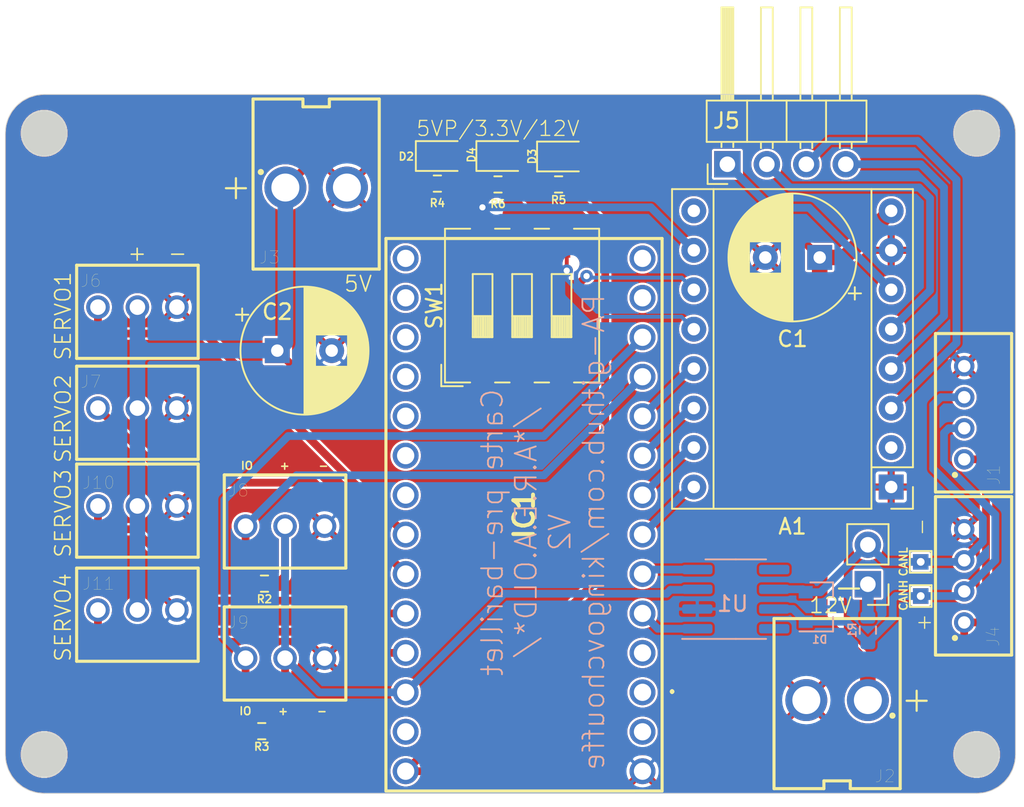
<source format=kicad_pcb>
(kicad_pcb (version 20171130) (host pcbnew "(5.1.6)-1")
  (layers (0 F.Cu signal) (31 B.Cu signal) (34 B.Paste user) (35 F.Paste user) (36 B.SilkS user) (37 F.SilkS user) (38 B.Mask user) (39 F.Mask user) (44 Edge.Cuts user))
  (net 0 "")
  (net 1 GND)
  (net 2 +5V)
  (net 3 "Net-(A1-Pad10)")
  (net 4 "Net-(A1-Pad3)")
  (net 5 "Net-(A1-Pad11)")
  (net 6 "Net-(A1-Pad4)")
  (net 7 "Net-(A1-Pad12)")
  (net 8 "Net-(A1-Pad5)")
  (net 9 RST)
  (net 10 "Net-(A1-Pad6)")
  (net 11 SLP)
  (net 12 STEP)
  (net 13 +12V)
  (net 14 DIR)
  (net 15 +5VP)
  (net 16 CANH)
  (net 17 CANL)
  (net 18 "Net-(D2-Pad1)")
  (net 19 "Net-(D3-Pad1)")
  (net 20 "Net-(D4-Pad1)")
  (net 21 +3V3)
  (net 22 SERVO4)
  (net 23 SERVO3)
  (net 24 SERVO2)
  (net 25 SERVO1)
  (net 26 FOURCHE2)
  (net 27 FOURCHE1)
  (net 28 CAN_RX)
  (net 29 CAN_TX)
  (net 30 "Net-(JP1-Pad1)")
  (module Button_Switch_SMD:SW_DIP_SPSTx03_Slide_9.78x9.8mm_W8.61mm_P2.54mm (layer F.Cu) (at 149.25 96.1 90)
    (fp_text reference SW1 (at 0 -5.65 270) (layer F.SilkS))
    (fp_text value SW_DIP_x03)
    (pad 6 smd rect (at 4.305 -2.54 90) (size 2.44 1.12) (layers F.Cu F.Paste F.Mask) (net 3 "Net-(A1-Pad10)"))
    (pad 3 smd rect (at -4.305 2.54 90) (size 2.44 1.12) (layers F.Cu F.Paste F.Mask) (net 15 +5VP))
    (pad 5 smd rect (at 4.305 0 90) (size 2.44 1.12) (layers F.Cu F.Paste F.Mask) (net 5 "Net-(A1-Pad11)"))
    (pad 2 smd rect (at -4.305 0 90) (size 2.44 1.12) (layers F.Cu F.Paste F.Mask) (net 15 +5VP))
    (pad 4 smd rect (at 4.305 2.54 90) (size 2.44 1.12) (layers F.Cu F.Paste F.Mask) (net 7 "Net-(A1-Pad12)"))
    (pad 1 smd rect (at -4.305 -2.54 90) (size 2.44 1.12) (layers F.Cu F.Paste F.Mask) (net 15 +5VP))
  )
  (module TestPoint:TestPoint_THTPad_1.0x1.0mm_Drill0.5mm (layer F.Cu) (at 174.9 114.8 90)
    (fp_text reference TP1)
    (fp_text value TestPoint)
    (pad 1 thru_hole rect (at 0 0 90) (size 1 1) (drill 0.5) (layers *.Cu *.Mask) (net 16 CANH))
  )
  (module TestPoint:TestPoint_THTPad_1.0x1.0mm_Drill0.5mm (layer F.Cu) (at 174.9 112.6 90)
    (fp_text reference TP2)
    (fp_text value TestPoint)
    (pad 1 thru_hole rect (at 0 0 90) (size 1 1) (drill 0.5) (layers *.Cu *.Mask) (net 17 CANL))
  )
  (module Module:Pololu_Breakout-16_15.2x20.3mm (layer F.Cu) (at 173 107.78 180)
    (fp_text reference A1 (at 6.35 -2.54) (layer F.SilkS))
    (fp_text value Pololu_Breakout_DRV8825)
    (pad 1 thru_hole rect (at 0 0 180) (size 1.6 1.6) (drill 0.8) (layers *.Cu *.Mask) (net 1 GND))
    (pad 9 thru_hole oval (at 12.7 17.78 180) (size 1.6 1.6) (drill 0.8) (layers *.Cu *.Mask))
    (pad 2 thru_hole oval (at 0 2.54 180) (size 1.6 1.6) (drill 0.8) (layers *.Cu *.Mask))
    (pad 10 thru_hole oval (at 12.7 15.24 180) (size 1.6 1.6) (drill 0.8) (layers *.Cu *.Mask) (net 3 "Net-(A1-Pad10)"))
    (pad 3 thru_hole oval (at 0 5.08 180) (size 1.6 1.6) (drill 0.8) (layers *.Cu *.Mask) (net 4 "Net-(A1-Pad3)"))
    (pad 11 thru_hole oval (at 12.7 12.7 180) (size 1.6 1.6) (drill 0.8) (layers *.Cu *.Mask) (net 5 "Net-(A1-Pad11)"))
    (pad 4 thru_hole oval (at 0 7.62 180) (size 1.6 1.6) (drill 0.8) (layers *.Cu *.Mask) (net 6 "Net-(A1-Pad4)"))
    (pad 12 thru_hole oval (at 12.7 10.16 180) (size 1.6 1.6) (drill 0.8) (layers *.Cu *.Mask) (net 7 "Net-(A1-Pad12)"))
    (pad 5 thru_hole oval (at 0 10.16 180) (size 1.6 1.6) (drill 0.8) (layers *.Cu *.Mask) (net 8 "Net-(A1-Pad5)"))
    (pad 13 thru_hole oval (at 12.7 7.62 180) (size 1.6 1.6) (drill 0.8) (layers *.Cu *.Mask) (net 9 RST))
    (pad 6 thru_hole oval (at 0 12.7 180) (size 1.6 1.6) (drill 0.8) (layers *.Cu *.Mask) (net 10 "Net-(A1-Pad6)"))
    (pad 14 thru_hole oval (at 12.7 5.08 180) (size 1.6 1.6) (drill 0.8) (layers *.Cu *.Mask) (net 11 SLP))
    (pad 7 thru_hole oval (at 0 15.24 180) (size 1.6 1.6) (drill 0.8) (layers *.Cu *.Mask) (net 1 GND))
    (pad 15 thru_hole oval (at 12.7 2.54 180) (size 1.6 1.6) (drill 0.8) (layers *.Cu *.Mask) (net 12 STEP))
    (pad 8 thru_hole oval (at 0 17.78 180) (size 1.6 1.6) (drill 0.8) (layers *.Cu *.Mask) (net 13 +12V))
    (pad 16 thru_hole oval (at 12.7 0 180) (size 1.6 1.6) (drill 0.8) (layers *.Cu *.Mask) (net 14 DIR))
  )
  (module Capacitor_THT:CP_Radial_D8.0mm_P3.50mm (layer F.Cu) (at 168.4 93 180)
    (fp_text reference C1 (at 1.75 -5.25) (layer F.SilkS))
    (fp_text value 100µF)
    (pad 2 thru_hole circle (at 3.5 0 180) (size 1.6 1.6) (drill 0.8) (layers *.Cu *.Mask) (net 1 GND))
    (pad 1 thru_hole rect (at 0 0 180) (size 1.6 1.6) (drill 0.8) (layers *.Cu *.Mask) (net 13 +12V))
  )
  (module Capacitor_THT:CP_Radial_D8.0mm_P3.50mm (layer F.Cu) (at 133.5 99)
    (fp_text reference C2 (at 0 -2.5) (layer F.SilkS))
    (fp_text value 100µF)
    (pad 1 thru_hole rect (at 0 0) (size 1.6 1.6) (drill 0.8) (layers *.Cu *.Mask) (net 15 +5VP))
    (pad 2 thru_hole circle (at 3.5 0) (size 1.6 1.6) (drill 0.8) (layers *.Cu *.Mask) (net 1 GND))
  )
  (module Package_TO_SOT_SMD:SOT-23 (layer B.Cu) (at 168.5 115.5)
    (fp_text reference D1 (at -0.1 2.1 180) (layer B.SilkS) (effects (font (size 0.5 0.5) (thickness 0.1)) (justify mirror)))
    (fp_text value D_TVS_x2_AAC)
    (pad 1 smd rect (at -1 0.95) (size 0.9 0.8) (layers B.Cu B.Paste B.Mask) (net 16 CANH))
    (pad 2 smd rect (at -1 -0.95) (size 0.9 0.8) (layers B.Cu B.Paste B.Mask) (net 17 CANL))
    (pad 3 smd rect (at 1 0) (size 0.9 0.8) (layers B.Cu B.Paste B.Mask) (net 1 GND))
  )
  (module LED_SMD:LED_0805_2012Metric (layer F.Cu) (at 144.1 86.470001)
    (fp_text reference D2 (at -2.3 0.029999) (layer F.SilkS) (effects (font (size 0.5 0.5) (thickness 0.1))))
    (fp_text value LED)
    (pad 1 smd roundrect (at -0.9375 0) (size 0.975 1.4) (layers F.Cu F.Paste F.Mask) (net 18 "Net-(D2-Pad1)"))
    (pad 2 smd roundrect (at 0.9375 0) (size 0.975 1.4) (layers F.Cu F.Paste F.Mask) (net 15 +5VP))
  )
  (module LED_SMD:LED_0805_2012Metric (layer F.Cu) (at 151.9 86.5)
    (fp_text reference D3 (at -2 0 90) (layer F.SilkS) (effects (font (size 0.5 0.5) (thickness 0.1))))
    (fp_text value LED)
    (pad 2 smd roundrect (at 0.9375 0) (size 0.975 1.4) (layers F.Cu F.Paste F.Mask) (net 13 +12V))
    (pad 1 smd roundrect (at -0.9375 0) (size 0.975 1.4) (layers F.Cu F.Paste F.Mask) (net 19 "Net-(D3-Pad1)"))
  )
  (module LED_SMD:LED_0805_2012Metric (layer F.Cu) (at 147.995001 86.470001)
    (fp_text reference D4 (at -1.995001 -0.070001 90) (layer F.SilkS) (effects (font (size 0.5 0.5) (thickness 0.1))))
    (fp_text value LED)
    (pad 1 smd roundrect (at -0.9375 0) (size 0.975 1.4) (layers F.Cu F.Paste F.Mask) (net 20 "Net-(D4-Pad1)"))
    (pad 2 smd roundrect (at 0.9375 0) (size 0.975 1.4) (layers F.Cu F.Paste F.Mask) (net 2 +5V))
  )
  (module AREA_lib_composant:TEENSY32 (layer F.Cu) (at 157 121 90)
    (fp_text reference IC1 (at 11.435 -7.62 90) (layer F.SilkS) (effects (font (size 1.27 1.27) (thickness 0.254))))
    (fp_text value TEENSY3.2 hide)
    (pad 37 thru_hole circle (at -2.54 0 90) (size 1.665 1.665) (drill 1.11) (layers *.Cu *.Mask))
    (pad 36 thru_hole circle (at -5.08 0 90) (size 1.665 1.665) (drill 1.11) (layers *.Cu *.Mask) (net 1 GND))
    (pad 26 thru_hole circle (at -5.08 -15.24 90) (size 1.665 1.665) (drill 1.11) (layers *.Cu *.Mask) (net 2 +5V))
    (pad 25 thru_hole circle (at -2.54 -15.24 90) (size 1.665 1.665) (drill 1.11) (layers *.Cu *.Mask))
    (pad 24 thru_hole circle (at 0 -15.24 90) (size 1.665 1.665) (drill 1.11) (layers *.Cu *.Mask) (net 21 +3V3))
    (pad 23 thru_hole circle (at 2.54 -15.24 90) (size 1.665 1.665) (drill 1.11) (layers *.Cu *.Mask) (net 22 SERVO4))
    (pad 22 thru_hole circle (at 5.08 -15.24 90) (size 1.665 1.665) (drill 1.11) (layers *.Cu *.Mask) (net 23 SERVO3))
    (pad 21 thru_hole circle (at 7.62 -15.24 90) (size 1.665 1.665) (drill 1.11) (layers *.Cu *.Mask) (net 24 SERVO2))
    (pad 20 thru_hole circle (at 10.16 -15.24 90) (size 1.665 1.665) (drill 1.11) (layers *.Cu *.Mask) (net 25 SERVO1))
    (pad 19 thru_hole circle (at 12.7 -15.24 90) (size 1.665 1.665) (drill 1.11) (layers *.Cu *.Mask))
    (pad 18 thru_hole circle (at 15.24 -15.24 90) (size 1.665 1.665) (drill 1.11) (layers *.Cu *.Mask))
    (pad 17 thru_hole circle (at 17.78 -15.24 90) (size 1.665 1.665) (drill 1.11) (layers *.Cu *.Mask))
    (pad 16 thru_hole circle (at 20.32 -15.24 90) (size 1.665 1.665) (drill 1.11) (layers *.Cu *.Mask))
    (pad 15 thru_hole circle (at 22.86 -15.24 90) (size 1.665 1.665) (drill 1.11) (layers *.Cu *.Mask))
    (pad 14 thru_hole circle (at 25.4 -15.24 90) (size 1.665 1.665) (drill 1.11) (layers *.Cu *.Mask))
    (pad 13 thru_hole circle (at 27.94 -15.24 90) (size 1.665 1.665) (drill 1.11) (layers *.Cu *.Mask))
    (pad 12 thru_hole circle (at 27.94 0 90) (size 1.665 1.665) (drill 1.11) (layers *.Cu *.Mask))
    (pad 11 thru_hole circle (at 25.4 0 90) (size 1.665 1.665) (drill 1.11) (layers *.Cu *.Mask))
    (pad 10 thru_hole circle (at 22.86 0 90) (size 1.665 1.665) (drill 1.11) (layers *.Cu *.Mask) (net 26 FOURCHE2))
    (pad 9 thru_hole circle (at 20.32 0 90) (size 1.665 1.665) (drill 1.11) (layers *.Cu *.Mask) (net 27 FOURCHE1))
    (pad 8 thru_hole circle (at 17.78 0 90) (size 1.665 1.665) (drill 1.11) (layers *.Cu *.Mask) (net 9 RST))
    (pad 7 thru_hole circle (at 15.24 0 90) (size 1.665 1.665) (drill 1.11) (layers *.Cu *.Mask) (net 11 SLP))
    (pad 6 thru_hole circle (at 12.7 0 90) (size 1.665 1.665) (drill 1.11) (layers *.Cu *.Mask) (net 12 STEP))
    (pad 5 thru_hole circle (at 10.16 0 90) (size 1.665 1.665) (drill 1.11) (layers *.Cu *.Mask) (net 14 DIR))
    (pad 4 thru_hole circle (at 7.62 0 90) (size 1.665 1.665) (drill 1.11) (layers *.Cu *.Mask) (net 28 CAN_RX))
    (pad 3 thru_hole circle (at 5.08 0 90) (size 1.665 1.665) (drill 1.11) (layers *.Cu *.Mask) (net 29 CAN_TX))
    (pad 2 thru_hole circle (at 2.54 0 90) (size 1.665 1.665) (drill 1.11) (layers *.Cu *.Mask))
    (pad 1 thru_hole circle (at 0 0 90) (size 1.665 1.665) (drill 1.11) (layers *.Cu *.Mask))
  )
  (module AREA_lib_Connector:Wuerth_2mm_4pin_62000411622 (layer F.Cu) (at 178.3 103 270)
    (fp_text reference J1 (at 4 -1.3 90) (layer F.SilkS) (effects (font (size 0.8 0.8) (thickness 0.015))))
    (fp_text value Conn_01x04_Male)
    (pad 1 thru_hole circle (at 3 0.6 270) (size 1.308 1.308) (drill 0.8) (layers *.Cu *.Mask) (net 2 +5V))
    (pad 2 thru_hole circle (at 1 0.6 270) (size 1.308 1.308) (drill 0.8) (layers *.Cu *.Mask) (net 16 CANH))
    (pad 3 thru_hole circle (at -1 0.6 270) (size 1.308 1.308) (drill 0.8) (layers *.Cu *.Mask) (net 17 CANL))
    (pad 4 thru_hole circle (at -3 0.6 270) (size 1.308 1.308) (drill 0.8) (layers *.Cu *.Mask) (net 1 GND))
  )
  (module AREA_lib_Connector:Wuerth_3.96mm_2pin_645002114822 (layer F.Cu) (at 169.52 122)
    (fp_text reference J2 (at 3.08 4.4) (layer F.SilkS) (effects (font (size 0.8 0.8) (thickness 0.015))))
    (fp_text value Conn_01x02_Male)
    (pad 1 thru_hole circle (at 1.98 -0.5) (size 2.7 2.7) (drill 1.8) (layers *.Cu *.Mask) (net 13 +12V))
    (pad 2 thru_hole circle (at -1.98 -0.5) (size 2.7 2.7) (drill 1.8) (layers *.Cu *.Mask) (net 1 GND))
  )
  (module AREA_lib_Connector:Wuerth_3.96mm_2pin_645002114822 (layer F.Cu) (at 136 88 180)
    (fp_text reference J3 (at 3 -5) (layer F.SilkS) (effects (font (size 0.8 0.8) (thickness 0.015))))
    (fp_text value Conn_01x02_Male)
    (pad 2 thru_hole circle (at -1.98 -0.5 180) (size 2.7 2.7) (drill 1.8) (layers *.Cu *.Mask) (net 1 GND))
    (pad 1 thru_hole circle (at 1.98 -0.5 180) (size 2.7 2.7) (drill 1.8) (layers *.Cu *.Mask) (net 15 +5VP))
  )
  (module AREA_lib_Connector:Wuerth_2mm_4pin_62000411622 (layer F.Cu) (at 178.3 113.5 270)
    (fp_text reference J4 (at 3.9 -1.258 90) (layer F.SilkS) (effects (font (size 0.8 0.8) (thickness 0.015))))
    (fp_text value Conn_01x04_Male)
    (pad 4 thru_hole circle (at -3 0.6 270) (size 1.308 1.308) (drill 0.8) (layers *.Cu *.Mask) (net 1 GND))
    (pad 3 thru_hole circle (at -1 0.6 270) (size 1.308 1.308) (drill 0.8) (layers *.Cu *.Mask) (net 17 CANL))
    (pad 2 thru_hole circle (at 1 0.6 270) (size 1.308 1.308) (drill 0.8) (layers *.Cu *.Mask) (net 16 CANH))
    (pad 1 thru_hole circle (at 3 0.6 270) (size 1.308 1.308) (drill 0.8) (layers *.Cu *.Mask) (net 2 +5V))
  )
  (module Connector_PinHeader_2.54mm:PinHeader_1x04_P2.54mm_Horizontal (layer F.Cu) (at 162.46 87 90)
    (fp_text reference J5 (at 2.8 -0.06 180) (layer F.SilkS))
    (fp_text value Conn_01x04_Male)
    (pad 1 thru_hole rect (at 0 0 90) (size 1.7 1.7) (drill 1) (layers *.Cu *.Mask) (net 10 "Net-(A1-Pad6)"))
    (pad 2 thru_hole oval (at 0 2.54 90) (size 1.7 1.7) (drill 1) (layers *.Cu *.Mask) (net 8 "Net-(A1-Pad5)"))
    (pad 3 thru_hole oval (at 0 5.08 90) (size 1.7 1.7) (drill 1) (layers *.Cu *.Mask) (net 4 "Net-(A1-Pad3)"))
    (pad 4 thru_hole oval (at 0 7.62 90) (size 1.7 1.7) (drill 1) (layers *.Cu *.Mask) (net 6 "Net-(A1-Pad4)"))
  )
  (module AREA_lib_Connector:Wuerth_2.54mm_3pins_61900311121 (layer F.Cu) (at 124.5 96.5)
    (fp_text reference J6 (at -3 -2) (layer F.SilkS) (effects (font (size 0.8 0.8) (thickness 0.015))))
    (fp_text value Conn_01x03_Male)
    (pad 1 thru_hole circle (at 2.54 -0.3) (size 1.508 1.508) (drill 1) (layers *.Cu *.Mask) (net 1 GND))
    (pad 2 thru_hole circle (at 0 -0.3) (size 1.508 1.508) (drill 1) (layers *.Cu *.Mask) (net 15 +5VP))
    (pad 3 thru_hole circle (at -2.54 -0.3) (size 1.508 1.508) (drill 1) (layers *.Cu *.Mask) (net 25 SERVO1))
  )
  (module AREA_lib_Connector:Wuerth_2.54mm_3pins_61900311121 (layer F.Cu) (at 124.5 103)
    (fp_text reference J7 (at -3 -2) (layer F.SilkS) (effects (font (size 0.8 0.8) (thickness 0.015))))
    (fp_text value Conn_01x03_Male)
    (pad 3 thru_hole circle (at -2.54 -0.3) (size 1.508 1.508) (drill 1) (layers *.Cu *.Mask) (net 24 SERVO2))
    (pad 2 thru_hole circle (at 0 -0.3) (size 1.508 1.508) (drill 1) (layers *.Cu *.Mask) (net 15 +5VP))
    (pad 1 thru_hole circle (at 2.54 -0.3) (size 1.508 1.508) (drill 1) (layers *.Cu *.Mask) (net 1 GND))
  )
  (module AREA_lib_Connector:Wuerth_2.54mm_3pins_61900311121 (layer F.Cu) (at 134 110 180)
    (fp_text reference J8 (at 3 2) (layer F.SilkS) (effects (font (size 0.8 0.8) (thickness 0.015))))
    (fp_text value Conn_01x03_Male)
    (pad 1 thru_hole circle (at 2.54 -0.3 180) (size 1.508 1.508) (drill 1) (layers *.Cu *.Mask) (net 27 FOURCHE1))
    (pad 2 thru_hole circle (at 0 -0.3 180) (size 1.508 1.508) (drill 1) (layers *.Cu *.Mask) (net 21 +3V3))
    (pad 3 thru_hole circle (at -2.54 -0.3 180) (size 1.508 1.508) (drill 1) (layers *.Cu *.Mask) (net 1 GND))
  )
  (module AREA_lib_Connector:Wuerth_2.54mm_3pins_61900311121 (layer F.Cu) (at 134 118.5 180)
    (fp_text reference J9 (at 3 2) (layer F.SilkS) (effects (font (size 0.8 0.8) (thickness 0.015))))
    (fp_text value Conn_01x03_Male)
    (pad 3 thru_hole circle (at -2.54 -0.3 180) (size 1.508 1.508) (drill 1) (layers *.Cu *.Mask) (net 1 GND))
    (pad 2 thru_hole circle (at 0 -0.3 180) (size 1.508 1.508) (drill 1) (layers *.Cu *.Mask) (net 21 +3V3))
    (pad 1 thru_hole circle (at 2.54 -0.3 180) (size 1.508 1.508) (drill 1) (layers *.Cu *.Mask) (net 26 FOURCHE2))
  )
  (module AREA_lib_Connector:Wuerth_2.54mm_3pins_61900311121 (layer F.Cu) (at 124.5 109.3)
    (fp_text reference J10 (at -2.5 -1.8) (layer F.SilkS) (effects (font (size 0.8 0.8) (thickness 0.015))))
    (fp_text value Conn_01x03_Male)
    (pad 3 thru_hole circle (at -2.54 -0.3) (size 1.508 1.508) (drill 1) (layers *.Cu *.Mask) (net 23 SERVO3))
    (pad 2 thru_hole circle (at 0 -0.3) (size 1.508 1.508) (drill 1) (layers *.Cu *.Mask) (net 15 +5VP))
    (pad 1 thru_hole circle (at 2.54 -0.3) (size 1.508 1.508) (drill 1) (layers *.Cu *.Mask) (net 1 GND))
  )
  (module AREA_lib_Connector:Wuerth_2.54mm_3pins_61900311121 (layer F.Cu) (at 124.5 116)
    (fp_text reference J11 (at -2.5 -2) (layer F.SilkS) (effects (font (size 0.8 0.8) (thickness 0.015))))
    (fp_text value Conn_01x03_Male)
    (pad 1 thru_hole circle (at 2.54 -0.3) (size 1.508 1.508) (drill 1) (layers *.Cu *.Mask) (net 1 GND))
    (pad 2 thru_hole circle (at 0 -0.3) (size 1.508 1.508) (drill 1) (layers *.Cu *.Mask) (net 15 +5VP))
    (pad 3 thru_hole circle (at -2.54 -0.3) (size 1.508 1.508) (drill 1) (layers *.Cu *.Mask) (net 22 SERVO4))
  )
  (module Connector_PinHeader_2.54mm:PinHeader_1x02_P2.54mm_Vertical (layer F.Cu) (at 171.5 114.04 180)
    (fp_text reference JP1)
    (fp_text value Jumper)
    (pad 1 thru_hole rect (at 0 0 180) (size 1.7 1.7) (drill 1) (layers *.Cu *.Mask) (net 30 "Net-(JP1-Pad1)"))
    (pad 2 thru_hole oval (at 0 2.54 180) (size 1.7 1.7) (drill 1) (layers *.Cu *.Mask) (net 17 CANL))
  )
  (module Resistor_SMD:R_0603_1608Metric (layer B.Cu) (at 171.5 117 270)
    (fp_text reference R1 (at 0 1 90) (layer B.SilkS) (effects (font (size 0.5 0.5) (thickness 0.1)) (justify mirror)))
    (fp_text value 120)
    (pad 2 smd roundrect (at 0.825 0 270) (size 0.8 0.95) (layers B.Cu B.Paste B.Mask) (net 16 CANH))
    (pad 1 smd roundrect (at -0.825 0 270) (size 0.8 0.95) (layers B.Cu B.Paste B.Mask) (net 30 "Net-(JP1-Pad1)"))
  )
  (module Resistor_SMD:R_0603_1608Metric (layer F.Cu) (at 132.675 114 180)
    (fp_text reference R2 (at 0 -1) (layer F.SilkS) (effects (font (size 0.5 0.5) (thickness 0.1))))
    (fp_text value 10K)
    (pad 2 smd roundrect (at 0.825 0 180) (size 0.8 0.95) (layers F.Cu F.Paste F.Mask) (net 27 FOURCHE1))
    (pad 1 smd roundrect (at -0.825 0 180) (size 0.8 0.95) (layers F.Cu F.Paste F.Mask) (net 21 +3V3))
  )
  (module Resistor_SMD:R_0603_1608Metric (layer F.Cu) (at 132.5 123.5 180)
    (fp_text reference R3 (at 0 -1) (layer F.SilkS) (effects (font (size 0.5 0.5) (thickness 0.1))))
    (fp_text value 10K)
    (pad 1 smd roundrect (at -0.825 0 180) (size 0.8 0.95) (layers F.Cu F.Paste F.Mask) (net 21 +3V3))
    (pad 2 smd roundrect (at 0.825 0 180) (size 0.8 0.95) (layers F.Cu F.Paste F.Mask) (net 26 FOURCHE2))
  )
  (module Resistor_SMD:R_0603_1608Metric (layer F.Cu) (at 143.8 88.245001)
    (fp_text reference R4 (at 0 1.254999) (layer F.SilkS) (effects (font (size 0.5 0.5) (thickness 0.1))))
    (fp_text value 520)
    (pad 1 smd roundrect (at -0.825 0) (size 0.8 0.95) (layers F.Cu F.Paste F.Mask) (net 18 "Net-(D2-Pad1)"))
    (pad 2 smd roundrect (at 0.825 0) (size 0.8 0.95) (layers F.Cu F.Paste F.Mask) (net 1 GND))
  )
  (module Resistor_SMD:R_0603_1608Metric (layer F.Cu) (at 151.6 88.3)
    (fp_text reference R5 (at 0 1) (layer F.SilkS) (effects (font (size 0.5 0.5) (thickness 0.1))))
    (fp_text value 520)
    (pad 2 smd roundrect (at 0.825 0) (size 0.8 0.95) (layers F.Cu F.Paste F.Mask) (net 1 GND))
    (pad 1 smd roundrect (at -0.825 0) (size 0.8 0.95) (layers F.Cu F.Paste F.Mask) (net 19 "Net-(D3-Pad1)"))
  )
  (module Resistor_SMD:R_0603_1608Metric (layer F.Cu) (at 147.7 88.3)
    (fp_text reference R6 (at 0 1.254999) (layer F.SilkS) (effects (font (size 0.5 0.5) (thickness 0.1))))
    (fp_text value 520)
    (pad 1 smd roundrect (at -0.825 0) (size 0.8 0.95) (layers F.Cu F.Paste F.Mask) (net 20 "Net-(D4-Pad1)"))
    (pad 2 smd roundrect (at 0.825 0) (size 0.8 0.95) (layers F.Cu F.Paste F.Mask) (net 1 GND))
  )
  (module Package_SO:SOIC-8_3.9x4.9mm_P1.27mm (layer B.Cu) (at 163 115)
    (fp_text reference U1 (at -0.2 0.3) (layer B.SilkS) (effects (justify mirror)))
    (fp_text value SN65HVD232)
    (pad 1 smd roundrect (at -2.475 1.905) (size 1.95 0.6) (layers B.Cu B.Paste B.Mask) (net 29 CAN_TX))
    (pad 2 smd roundrect (at -2.475 0.635) (size 1.95 0.6) (layers B.Cu B.Paste B.Mask) (net 1 GND))
    (pad 3 smd roundrect (at -2.475 -0.635) (size 1.95 0.6) (layers B.Cu B.Paste B.Mask) (net 21 +3V3))
    (pad 4 smd roundrect (at -2.475 -1.905) (size 1.95 0.6) (layers B.Cu B.Paste B.Mask) (net 28 CAN_RX))
    (pad 5 smd roundrect (at 2.475 -1.905) (size 1.95 0.6) (layers B.Cu B.Paste B.Mask))
    (pad 6 smd roundrect (at 2.475 -0.635) (size 1.95 0.6) (layers B.Cu B.Paste B.Mask) (net 17 CANL))
    (pad 7 smd roundrect (at 2.475 0.635) (size 1.95 0.6) (layers B.Cu B.Paste B.Mask) (net 16 CANH))
    (pad 8 smd roundrect (at 2.475 1.905) (size 1.95 0.6) (layers B.Cu B.Paste B.Mask))
  )
  (gr_text + (at 133.6 106.7) (layer F.SilkS) (effects (font (size 0.5 0.5) (thickness 0.1)) (justify left bottom)))
  (gr_text IO (at 131.1 106.7) (layer F.SilkS) (effects (font (size 0.5 0.5) (thickness 0.1)) (justify left bottom)))
  (gr_text - (at 136.1 106.7) (layer F.SilkS) (effects (font (size 0.5 0.5) (thickness 0.1)) (justify left bottom)))
  (gr_text - (at 126.4 93.3) (layer F.SilkS) (effects (font (size 1 1) (thickness 0.1)) (justify left bottom)))
  (gr_text + (at 123.8 93.3) (layer F.SilkS) (effects (font (size 1 1) (thickness 0.1)) (justify left bottom)))
  (gr_text SERVO4 (at 120.3 119.1 90) (layer F.SilkS) (effects (font (size 1 1) (thickness 0.1)) (justify left bottom)))
  (gr_text SERVO3 (at 120.3 112.4 90) (layer F.SilkS) (effects (font (size 1 1) (thickness 0.1)) (justify left bottom)))
  (gr_text SERVO2 (at 120.3 106.3 90) (layer F.SilkS) (effects (font (size 1 1) (thickness 0.1)) (justify left bottom)))
  (gr_text SERVO1 (at 120.3 99.7 90) (layer F.SilkS) (effects (font (size 1 1) (thickness 0.1)) (justify left bottom)))
  (gr_text + (at 129.7 89.4) (layer F.SilkS) (effects (font (size 1.6891 1.6891) (thickness 0.14224)) (justify left bottom)))
  (gr_text 5V (at 138.7 94.7) (layer F.SilkS) (effects (font (size 1 1) (thickness 0.1))))
  (gr_text 12V (at 169.1 115.4) (layer F.SilkS) (effects (font (size 1 1) (thickness 0.1))))
  (gr_circle (center 118.5011 85.0036) (end 119.2511 85.0036) (layer Edge.Cuts) (width 1.5))
  (gr_circle (center 178.5011 125.0036) (end 179.2511 125.0036) (layer Edge.Cuts) (width 1.5))
  (gr_circle (center 178.5011 85.0036) (end 179.2511 85.0036) (layer Edge.Cuts) (width 1.5))
  (gr_circle (center 118.5011 125.0036) (end 119.2511 125.0036) (layer Edge.Cuts) (width 1.5))
  (gr_line (start 178.5011 82.5036) (end 118.5011 82.5036) (layer Edge.Cuts) (width 0.05))
  (gr_arc (start 118.5011 85.0036) (end 118.5011 82.5036) (angle -90) (layer Edge.Cuts) (width 0.05))
  (gr_line (start 116.0011 85.0036) (end 116.0011 125.0036) (layer Edge.Cuts) (width 0.05))
  (gr_arc (start 118.5011 125.0036) (end 116.0011 125.0036) (angle -90) (layer Edge.Cuts) (width 0.05))
  (gr_line (start 118.5011 127.5036) (end 178.5011 127.5036) (layer Edge.Cuts) (width 0.05))
  (gr_arc (start 178.5011 125.0036) (end 178.5011 127.5036) (angle -90) (layer Edge.Cuts) (width 0.05))
  (gr_line (start 181.0011 125.0036) (end 181.0011 85.0036) (layer Edge.Cuts) (width 0.05))
  (gr_arc (start 178.5011 85.0036) (end 181.0011 85.0036) (angle -90) (layer Edge.Cuts) (width 0.05))
  (gr_text + (at 174.5 117) (layer F.SilkS) (effects (font (size 0.9652 0.9652) (thickness 0.08128)) (justify left bottom)))
  (gr_text - (at 175.5 111 90) (layer F.SilkS) (effects (font (size 0.9652 0.9652) (thickness 0.08128)) (justify left bottom)))
  (gr_text CANH (at 173.5 113.7 90) (layer F.SilkS) (effects (font (size 0.5 0.5) (thickness 0.1)) (justify right top)))
  (gr_text CANL (at 173.5 111.6 90) (layer F.SilkS) (effects (font (size 0.5 0.5) (thickness 0.1)) (justify right top)))
  (gr_text + (at 173.5 122.4) (layer F.SilkS) (effects (font (size 1.6891 1.6891) (thickness 0.14224)) (justify left bottom)))
  (gr_text - (at 169.1459 115.1738) (layer F.SilkS) (effects (font (size 1.6891 1.6891) (thickness 0.14224)) (justify left bottom)))
  (gr_text - (at 136 122.5) (layer F.SilkS) (effects (font (size 0.5 0.5) (thickness 0.1)) (justify left bottom)))
  (gr_text + (at 133.5 122.5) (layer F.SilkS) (effects (font (size 0.5 0.5) (thickness 0.1)) (justify left bottom)))
  (gr_text IO (at 131 122.5) (layer F.SilkS) (effects (font (size 0.5 0.5) (thickness 0.1)) (justify left bottom)))
  (gr_text "Carte pre-barillet\n/*A.R.E.A.OLD*/\nV2\nPA-github.com/kingovchouffe" (at 150.6 110.7 90) (layer B.SilkS) (effects (font (size 1.35128 1.35128) (thickness 0.113792)) (justify mirror)))
  (gr_text 5VP/3.3V/12V (at 147.7 84.7) (layer F.SilkS) (effects (font (size 0.9652 0.9652) (thickness 0.08128))))
  (segment (start 149.6 87.1375) (end 148.932501 86.470001) (width 0.5) (layer F.Cu) (net 2))
  (segment (start 149.6 89.2) (end 149.6 87.1375) (width 0.5) (layer F.Cu) (net 2))
  (segment (start 153.1 89.4) (end 149.8 89.4) (width 0.5) (layer F.Cu) (net 2))
  (segment (start 154.6 90.9) (end 153.1 89.4) (width 0.5) (layer F.Cu) (net 2))
  (segment (start 154.6 113.24) (end 154.6 90.9) (width 0.5) (layer F.Cu) (net 2))
  (segment (start 149.8 89.4) (end 149.6 89.2) (width 0.5) (layer F.Cu) (net 2))
  (segment (start 141.76 126.08) (end 154.6 113.24) (width 0.5) (layer F.Cu) (net 2))
  (segment (start 144.52 126.08) (end 141.76 126.08) (width 0.5) (layer F.Cu) (net 2))
  (segment (start 145.8 124.8) (end 144.52 126.08) (width 0.5) (layer F.Cu) (net 2))
  (segment (start 172.8 124.8) (end 145.8 124.8) (width 0.5) (layer F.Cu) (net 2))
  (segment (start 177.7 116.5) (end 177.7 119.9) (width 0.5) (layer F.Cu) (net 2))
  (segment (start 177.7 119.9) (end 172.8 124.8) (width 0.5) (layer F.Cu) (net 2))
  (segment (start 178.775 116.5) (end 177.7 116.5) (width 0.5) (layer F.Cu) (net 2))
  (segment (start 179.1 106.35) (end 179.1 116.175) (width 0.5) (layer F.Cu) (net 2))
  (segment (start 179.1 116.175) (end 178.775 116.5) (width 0.5) (layer F.Cu) (net 2))
  (segment (start 177.7 106) (end 178.75 106) (width 0.5) (layer F.Cu) (net 2))
  (segment (start 178.75 106) (end 179.1 106.35) (width 0.5) (layer F.Cu) (net 2))
  (via (at 146.699996 89.775) (size 0.8) (drill 0.4) (layers F.Cu B.Cu) (net 3))
  (segment (start 160.3 92.54) (end 157.535 89.775) (width 0.5) (layer B.Cu) (net 3))
  (segment (start 157.535 89.775) (end 146.699996 89.775) (width 0.5) (layer B.Cu) (net 3))
  (segment (start 146.71 89.785004) (end 146.699996 89.775) (width 0.5) (layer F.Cu) (net 3))
  (segment (start 146.71 91.795) (end 146.71 89.785004) (width 0.5) (layer F.Cu) (net 3))
  (segment (start 177.2 88) (end 174.7 85.5) (width 0.5) (layer B.Cu) (net 4))
  (segment (start 174.7 85.5) (end 169.04 85.5) (width 0.5) (layer B.Cu) (net 4))
  (segment (start 173 102.7) (end 177.2 98.5) (width 0.5) (layer B.Cu) (net 4))
  (segment (start 169.04 85.5) (end 167.54 87) (width 0.5) (layer B.Cu) (net 4))
  (segment (start 177.2 98.5) (end 177.2 88) (width 0.5) (layer B.Cu) (net 4))
  (via (at 153.4 94.199996) (size 0.8) (drill 0.4) (layers F.Cu B.Cu) (net 5))
  (segment (start 153.500004 94.3) (end 153.4 94.199996) (width 0.25) (layer B.Cu) (net 5))
  (segment (start 160.3 95.08) (end 159.52 94.3) (width 0.25) (layer B.Cu) (net 5))
  (segment (start 159.52 94.3) (end 153.500004 94.3) (width 0.25) (layer B.Cu) (net 5))
  (segment (start 150.425 94.7) (end 152.899996 94.7) (width 0.5) (layer F.Cu) (net 5))
  (segment (start 149.275 93.55) (end 150.425 94.7) (width 0.5) (layer F.Cu) (net 5))
  (segment (start 152.899996 94.7) (end 153.4 94.199996) (width 0.5) (layer F.Cu) (net 5))
  (segment (start 149.25 91.795) (end 149.275 91.82) (width 0.5) (layer F.Cu) (net 5))
  (segment (start 149.275 91.82) (end 149.275 93.55) (width 0.5) (layer F.Cu) (net 5))
  (segment (start 174.9 87) (end 170.08 87) (width 0.5) (layer B.Cu) (net 6))
  (segment (start 176.4 88.5) (end 174.9 87) (width 0.5) (layer B.Cu) (net 6))
  (segment (start 176.4 96.76) (end 176.4 88.5) (width 0.5) (layer B.Cu) (net 6))
  (segment (start 173 100.16) (end 176.4 96.76) (width 0.5) (layer B.Cu) (net 6))
  (segment (start 160.3 97.62) (end 159.500001 96.820001) (width 0.25) (layer B.Cu) (net 7))
  (via (at 152.125 93.85) (size 0.8) (drill 0.4) (layers F.Cu B.Cu) (net 7))
  (segment (start 159.500001 96.820001) (end 154.504316 96.820001) (width 0.25) (layer B.Cu) (net 7))
  (segment (start 154.504316 96.820001) (end 152.125 94.440685) (width 0.25) (layer B.Cu) (net 7))
  (segment (start 152.125 94.440685) (end 152.125 93.85) (width 0.25) (layer B.Cu) (net 7))
  (segment (start 152.125 92.13) (end 152.125 93.85) (width 0.25) (layer F.Cu) (net 7))
  (segment (start 151.79 91.795) (end 152.125 92.13) (width 0.25) (layer F.Cu) (net 7))
  (segment (start 174.8 88.5) (end 175.5 89.2) (width 0.5) (layer B.Cu) (net 8))
  (segment (start 165 87) (end 166.5 88.5) (width 0.5) (layer B.Cu) (net 8))
  (segment (start 175.5 95.12) (end 173 97.62) (width 0.5) (layer B.Cu) (net 8))
  (segment (start 175.5 89.2) (end 175.5 95.12) (width 0.5) (layer B.Cu) (net 8))
  (segment (start 166.5 88.5) (end 174.8 88.5) (width 0.5) (layer B.Cu) (net 8))
  (segment (start 160.06 100.16) (end 157 103.22) (width 0.5) (layer B.Cu) (net 9))
  (segment (start 160.3 100.16) (end 160.06 100.16) (width 0.5) (layer B.Cu) (net 9))
  (segment (start 173 95.08) (end 167.72 89.8) (width 0.5) (layer B.Cu) (net 10))
  (segment (start 165.26 89.8) (end 162.46 87) (width 0.5) (layer B.Cu) (net 10))
  (segment (start 167.72 89.8) (end 165.26 89.8) (width 0.5) (layer B.Cu) (net 10))
  (segment (start 160.06 102.7) (end 157 105.76) (width 0.5) (layer B.Cu) (net 11))
  (segment (start 160.3 102.7) (end 160.06 102.7) (width 0.5) (layer B.Cu) (net 11))
  (segment (start 160.06 105.24) (end 157 108.3) (width 0.5) (layer B.Cu) (net 12))
  (segment (start 160.3 105.24) (end 160.06 105.24) (width 0.5) (layer B.Cu) (net 12))
  (segment (start 170 93) (end 173 90) (width 1) (layer F.Cu) (net 13))
  (segment (start 168.4 93) (end 170 93) (width 1) (layer F.Cu) (net 13))
  (segment (start 166.3 90.9) (end 168.4 93) (width 0.5) (layer F.Cu) (net 13))
  (segment (start 159.4 86.5) (end 163.8 90.9) (width 0.5) (layer F.Cu) (net 13))
  (segment (start 163.8 90.9) (end 166.3 90.9) (width 0.5) (layer F.Cu) (net 13))
  (segment (start 152.8375 86.5) (end 159.4 86.5) (width 0.5) (layer F.Cu) (net 13))
  (segment (start 168.4 94.9) (end 168.4 93) (width 1) (layer F.Cu) (net 13))
  (segment (start 168.4 116.3) (end 168.4 94.9) (width 1) (layer F.Cu) (net 13))
  (segment (start 171.5 121.5) (end 171.5 119.4) (width 1) (layer F.Cu) (net 13))
  (segment (start 171.5 119.4) (end 168.4 116.3) (width 1) (layer F.Cu) (net 13))
  (segment (start 160.06 107.78) (end 157 110.84) (width 0.5) (layer B.Cu) (net 14))
  (segment (start 160.3 107.78) (end 160.06 107.78) (width 0.5) (layer B.Cu) (net 14))
  (segment (start 134.02 98.48) (end 133.5 99) (width 1) (layer B.Cu) (net 15))
  (segment (start 134.02 88.5) (end 134.02 98.48) (width 1) (layer B.Cu) (net 15))
  (segment (start 133.5 99) (end 125 99) (width 1) (layer B.Cu) (net 15))
  (segment (start 124.5 99.5) (end 124.5 115.7) (width 1) (layer B.Cu) (net 15))
  (segment (start 125 99) (end 124.5 98.5) (width 1) (layer B.Cu) (net 15))
  (segment (start 124.5 98.5) (end 124.5 99.5) (width 1) (layer B.Cu) (net 15))
  (segment (start 124.5 96.2) (end 124.5 98.5) (width 1) (layer B.Cu) (net 15))
  (segment (start 125 99) (end 124.5 99.5) (width 1) (layer B.Cu) (net 15))
  (segment (start 137.42 85.1) (end 134.02 88.5) (width 0.5) (layer F.Cu) (net 15))
  (segment (start 144.75 85.1) (end 137.42 85.1) (width 0.5) (layer F.Cu) (net 15))
  (segment (start 145.0375 86.470001) (end 145.0375 85.3875) (width 0.5) (layer F.Cu) (net 15))
  (segment (start 145.0375 85.3875) (end 144.75 85.1) (width 0.5) (layer F.Cu) (net 15))
  (segment (start 151.79 100.405) (end 149.25 100.405) (width 0.5) (layer F.Cu) (net 15))
  (segment (start 149.25 100.405) (end 146.71 100.405) (width 0.5) (layer F.Cu) (net 15))
  (segment (start 146.13 100.405) (end 146.71 100.405) (width 0.5) (layer F.Cu) (net 15))
  (segment (start 144.905 100.405) (end 146.13 100.405) (width 0.5) (layer F.Cu) (net 15))
  (segment (start 134.9 100.4) (end 139.3 100.4) (width 0.5) (layer F.Cu) (net 15))
  (segment (start 140.3 99.4) (end 143.9 99.4) (width 0.5) (layer F.Cu) (net 15))
  (segment (start 133.5 99) (end 134.9 100.4) (width 0.5) (layer F.Cu) (net 15))
  (segment (start 139.3 100.4) (end 140.3 99.4) (width 0.5) (layer F.Cu) (net 15))
  (segment (start 143.9 99.4) (end 144.905 100.405) (width 0.5) (layer F.Cu) (net 15))
  (segment (start 166.685 115.635) (end 167.5 116.45) (width 0.5) (layer B.Cu) (net 16))
  (segment (start 165.475 115.635) (end 166.685 115.635) (width 0.5) (layer B.Cu) (net 16))
  (segment (start 170.125 116.45) (end 171.5 117.825) (width 0.5) (layer B.Cu) (net 16))
  (segment (start 167.5 116.45) (end 170.125 116.45) (width 0.5) (layer B.Cu) (net 16))
  (segment (start 171.5 117.825) (end 173.1 116.225) (width 0.5) (layer B.Cu) (net 16))
  (segment (start 173.1 116.225) (end 173.1 115) (width 0.5) (layer B.Cu) (net 16))
  (segment (start 173.3 114.8) (end 174.9 114.8) (width 0.5) (layer B.Cu) (net 16))
  (segment (start 173.1 115) (end 173.3 114.8) (width 0.5) (layer B.Cu) (net 16))
  (segment (start 177.4 114.8) (end 177.7 114.5) (width 0.5) (layer B.Cu) (net 16))
  (segment (start 174.9 114.8) (end 177.4 114.8) (width 0.5) (layer B.Cu) (net 16))
  (segment (start 176.7 104) (end 177.7 104) (width 0.5) (layer B.Cu) (net 16))
  (segment (start 177.7 114.5) (end 179.7 112.5) (width 0.5) (layer B.Cu) (net 16))
  (segment (start 179.7 112.5) (end 179.7 109.559922) (width 0.5) (layer B.Cu) (net 16))
  (segment (start 179.7 109.559922) (end 176.4 106.259922) (width 0.5) (layer B.Cu) (net 16))
  (segment (start 176.4 106.259922) (end 176.4 104.3) (width 0.5) (layer B.Cu) (net 16))
  (segment (start 176.4 104.3) (end 176.7 104) (width 0.5) (layer B.Cu) (net 16))
  (segment (start 167.315 114.365) (end 167.5 114.55) (width 0.5) (layer B.Cu) (net 17))
  (segment (start 165.475 114.365) (end 167.315 114.365) (width 0.5) (layer B.Cu) (net 17))
  (segment (start 168.45 114.55) (end 171.5 111.5) (width 0.5) (layer B.Cu) (net 17))
  (segment (start 167.5 114.55) (end 168.45 114.55) (width 0.5) (layer B.Cu) (net 17))
  (segment (start 171.5 111.5) (end 172.6 112.6) (width 0.5) (layer B.Cu) (net 17))
  (segment (start 172.6 112.6) (end 174.9 112.6) (width 0.5) (layer B.Cu) (net 17))
  (segment (start 177.6 112.6) (end 177.7 112.5) (width 0.5) (layer B.Cu) (net 17))
  (segment (start 174.9 112.6) (end 177.6 112.6) (width 0.5) (layer B.Cu) (net 17))
  (segment (start 176.2 102) (end 177.7 102) (width 0.5) (layer B.Cu) (net 17))
  (segment (start 178.9 111.3) (end 178.9 109.8) (width 0.5) (layer B.Cu) (net 17))
  (segment (start 177.7 112.5) (end 178.9 111.3) (width 0.5) (layer B.Cu) (net 17))
  (segment (start 175.7 102.5) (end 176.2 102) (width 0.5) (layer B.Cu) (net 17))
  (segment (start 178.9 109.8) (end 175.7 106.6) (width 0.5) (layer B.Cu) (net 17))
  (segment (start 175.7 106.6) (end 175.7 102.5) (width 0.5) (layer B.Cu) (net 17))
  (segment (start 143.1625 88.057501) (end 142.975 88.245001) (width 0.5) (layer F.Cu) (net 18))
  (segment (start 143.1625 86.470001) (end 143.1625 88.057501) (width 0.5) (layer F.Cu) (net 18))
  (segment (start 150.9625 88.1125) (end 150.775 88.3) (width 0.5) (layer F.Cu) (net 19))
  (segment (start 150.9625 86.5) (end 150.9625 88.1125) (width 0.5) (layer F.Cu) (net 19))
  (segment (start 147.057501 88.117499) (end 146.875 88.3) (width 0.5) (layer F.Cu) (net 20))
  (segment (start 147.057501 86.470001) (end 147.057501 88.117499) (width 0.5) (layer F.Cu) (net 20))
  (segment (start 134 113.5) (end 133.5 114) (width 0.5) (layer F.Cu) (net 21))
  (segment (start 134 110.3) (end 134 113.5) (width 0.5) (layer F.Cu) (net 21))
  (segment (start 134 122.825) (end 133.325 123.5) (width 0.5) (layer F.Cu) (net 21))
  (segment (start 134 118.8) (end 134 122.825) (width 0.5) (layer F.Cu) (net 21))
  (segment (start 136.2 121) (end 134 118.8) (width 0.5) (layer B.Cu) (net 21))
  (segment (start 141.76 121) (end 136.2 121) (width 0.5) (layer B.Cu) (net 21))
  (segment (start 134 110.3) (end 134 118.8) (width 0.5) (layer B.Cu) (net 21))
  (segment (start 160.49 114.4) (end 160.525 114.365) (width 0.5) (layer B.Cu) (net 21))
  (segment (start 158.55 114.65) (end 158.8 114.4) (width 0.5) (layer B.Cu) (net 21))
  (segment (start 158.8 114.4) (end 160.49 114.4) (width 0.5) (layer B.Cu) (net 21))
  (segment (start 141.76 121) (end 148.11 114.65) (width 0.5) (layer B.Cu) (net 21))
  (segment (start 148.11 114.65) (end 158.55 114.65) (width 0.5) (layer B.Cu) (net 21))
  (segment (start 138.9 117.1) (end 140.26 118.46) (width 0.5) (layer F.Cu) (net 22))
  (segment (start 122.3 117.1) (end 138.9 117.1) (width 0.5) (layer F.Cu) (net 22))
  (segment (start 121.96 115.7) (end 121.96 116.76) (width 0.5) (layer F.Cu) (net 22))
  (segment (start 140.26 118.46) (end 141.76 118.46) (width 0.5) (layer F.Cu) (net 22))
  (segment (start 121.96 116.76) (end 122.3 117.1) (width 0.5) (layer F.Cu) (net 22))
  (segment (start 121.96 110.16) (end 121.96 109) (width 0.5) (layer F.Cu) (net 23))
  (segment (start 122.3 110.5) (end 121.96 110.16) (width 0.5) (layer F.Cu) (net 23))
  (segment (start 124.292078 110.5) (end 122.3 110.5) (width 0.5) (layer F.Cu) (net 23))
  (segment (start 139.5 115.1) (end 128.892078 115.1) (width 0.5) (layer F.Cu) (net 23))
  (segment (start 140.32 115.92) (end 139.5 115.1) (width 0.5) (layer F.Cu) (net 23))
  (segment (start 128.892078 115.1) (end 124.292078 110.5) (width 0.5) (layer F.Cu) (net 23))
  (segment (start 141.76 115.92) (end 140.32 115.92) (width 0.5) (layer F.Cu) (net 23))
  (segment (start 126.76 107.5) (end 121.96 102.7) (width 0.5) (layer F.Cu) (net 24))
  (segment (start 135.9 107.5) (end 126.76 107.5) (width 0.5) (layer F.Cu) (net 24))
  (segment (start 141.76 113.36) (end 135.9 107.5) (width 0.5) (layer F.Cu) (net 24))
  (segment (start 141.76 113.38) (end 141.76 113.36) (width 0.5) (layer F.Cu) (net 24))
  (segment (start 128.82 97.9) (end 141.76 110.84) (width 0.5) (layer F.Cu) (net 25))
  (segment (start 122.4 97.9) (end 128.82 97.9) (width 0.5) (layer F.Cu) (net 25))
  (segment (start 121.96 96.2) (end 121.96 97.46) (width 0.5) (layer F.Cu) (net 25))
  (segment (start 121.96 97.46) (end 122.4 97.9) (width 0.5) (layer F.Cu) (net 25))
  (segment (start 131.46 123.285) (end 131.675 123.5) (width 0.5) (layer F.Cu) (net 26))
  (segment (start 131.46 118.8) (end 131.46 123.285) (width 0.5) (layer F.Cu) (net 26))
  (segment (start 130.1 117.44) (end 131.46 118.8) (width 0.5) (layer B.Cu) (net 26))
  (segment (start 134.2 104.5) (end 130.1 108.6) (width 0.5) (layer B.Cu) (net 26))
  (segment (start 130.1 108.6) (end 130.1 117.44) (width 0.5) (layer B.Cu) (net 26))
  (segment (start 157 98.14) (end 150.64 104.5) (width 0.5) (layer B.Cu) (net 26))
  (segment (start 150.64 104.5) (end 134.2 104.5) (width 0.5) (layer B.Cu) (net 26))
  (segment (start 131.46 113.61) (end 131.85 114) (width 0.5) (layer F.Cu) (net 27))
  (segment (start 131.46 110.3) (end 131.46 113.61) (width 0.5) (layer F.Cu) (net 27))
  (segment (start 150.655 107.025) (end 156.2 101.48) (width 0.5) (layer B.Cu) (net 27))
  (segment (start 156.2 101.48) (end 157 100.68) (width 0.5) (layer B.Cu) (net 27))
  (segment (start 131.46 110.3) (end 134.735 107.025) (width 0.5) (layer B.Cu) (net 27))
  (segment (start 134.735 107.025) (end 150.655 107.025) (width 0.5) (layer B.Cu) (net 27))
  (segment (start 157 113.38) (end 157.02 113.38) (width 0.5) (layer B.Cu) (net 28))
  (segment (start 157.305 113.095) (end 160.525 113.095) (width 0.5) (layer B.Cu) (net 28))
  (segment (start 157.02 113.38) (end 157.305 113.095) (width 0.5) (layer B.Cu) (net 28))
  (segment (start 157.985 116.905) (end 160.525 116.905) (width 0.5) (layer B.Cu) (net 29))
  (segment (start 157 115.92) (end 157.985 116.905) (width 0.5) (layer B.Cu) (net 29))
  (segment (start 171.5 116.175) (end 171.5 114.04) (width 0.75) (layer B.Cu) (net 30))
  (zone (net 1) (net_name GND) (layer B.Cu) (priority 6) (connect_pads (clearance 0.000001)) (min_thickness 0.0762) (fill yes (arc_segments 32) (thermal_gap 0.2024) (thermal_bridge_width 0.2024))
    (polygon (pts (xy 181.4061 127.59885) (xy 115.836163 127.59885) (xy 115.836163 82.50115) (xy 181.4061 82.50115)))
  )
  (zone (net 1) (net_name GND) (layer F.Cu) (priority 6) (connect_pads (clearance 0.000001)) (min_thickness 0.2032) (fill yes (arc_segments 32) (thermal_gap 0.4564) (thermal_bridge_width 0.4564))
    (polygon (pts (xy 181.5585 127.7957) (xy 115.6582 127.7957) (xy 115.6582 82.4313) (xy 181.5585 82.4313)))
  )
)
</source>
